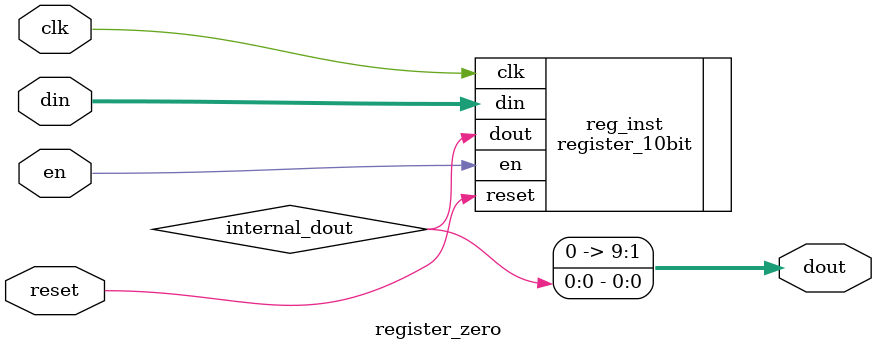
<source format=v>
`timescale 1 ns/1 ps
module register_zero(
    output wire [9:0] dout,
    input wire clk, reset, en,
    input wire [9:0] din );
    
    register_10bit reg_inst(.clk(clk), .reset(reset), .en(en), .dout(internal_dout), .din(din));
    
    assign dout = internal_dout;
endmodule
</source>
